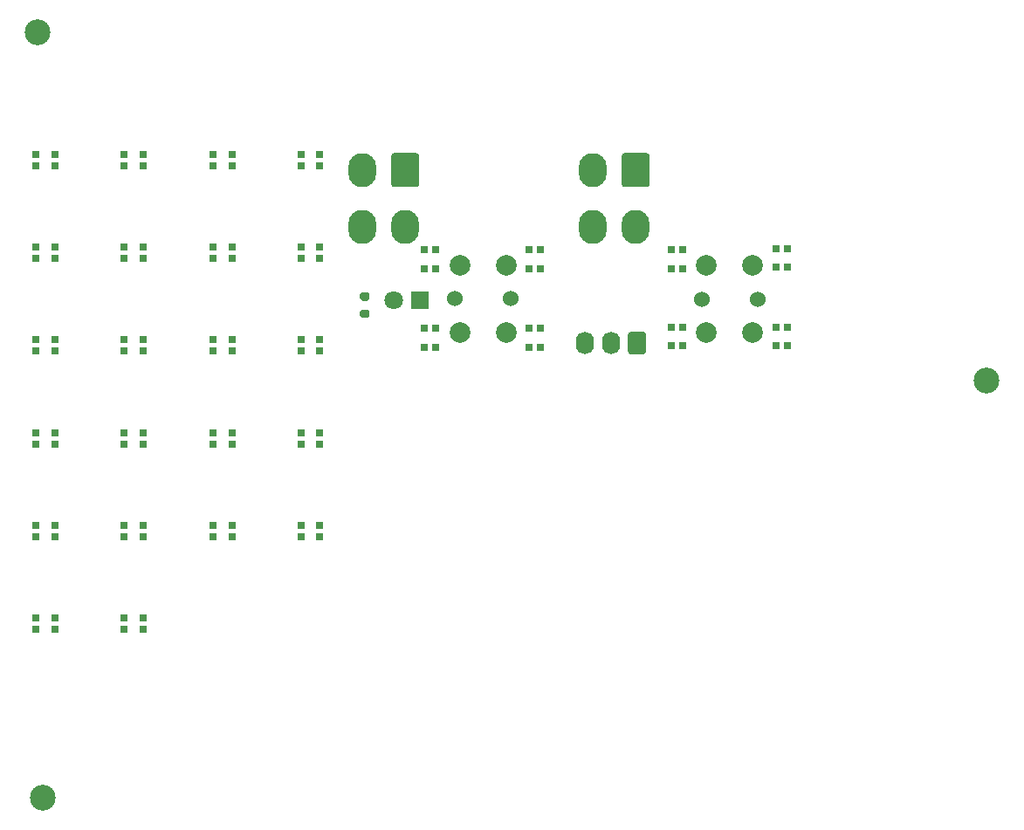
<source format=gbr>
%TF.GenerationSoftware,KiCad,Pcbnew,(5.1.9)-1*%
%TF.CreationDate,2021-09-11T23:18:36-06:00*%
%TF.ProjectId,ewi_v3,6577695f-7633-42e6-9b69-6361645f7063,rev?*%
%TF.SameCoordinates,Original*%
%TF.FileFunction,Soldermask,Top*%
%TF.FilePolarity,Negative*%
%FSLAX46Y46*%
G04 Gerber Fmt 4.6, Leading zero omitted, Abs format (unit mm)*
G04 Created by KiCad (PCBNEW (5.1.9)-1) date 2021-09-11 23:18:36*
%MOMM*%
%LPD*%
G01*
G04 APERTURE LIST*
%ADD10C,1.524000*%
%ADD11C,2.000000*%
%ADD12O,1.740000X2.190000*%
%ADD13O,2.700000X3.300000*%
%ADD14C,2.500000*%
%ADD15R,0.700000X0.700000*%
%ADD16C,1.800000*%
%ADD17R,1.800000X1.800000*%
G04 APERTURE END LIST*
D10*
%TO.C,SW2*%
X149289049Y-85312196D03*
X143889049Y-85312196D03*
D11*
X144339049Y-82062196D03*
X148839049Y-82062196D03*
X144339049Y-88562196D03*
X148839049Y-88562196D03*
%TD*%
D10*
%TO.C,SW1*%
X167809049Y-85352196D03*
X173209049Y-85352196D03*
D11*
X172759049Y-88602196D03*
X168259049Y-88602196D03*
X172759049Y-82102196D03*
X168259049Y-82102196D03*
%TD*%
%TO.C,R1*%
G36*
G01*
X134854050Y-86362195D02*
X135404050Y-86362195D01*
G75*
G02*
X135604050Y-86562195I0J-200000D01*
G01*
X135604050Y-86962195D01*
G75*
G02*
X135404050Y-87162195I-200000J0D01*
G01*
X134854050Y-87162195D01*
G75*
G02*
X134654050Y-86962195I0J200000D01*
G01*
X134654050Y-86562195D01*
G75*
G02*
X134854050Y-86362195I200000J0D01*
G01*
G37*
G36*
G01*
X134854050Y-84712195D02*
X135404050Y-84712195D01*
G75*
G02*
X135604050Y-84912195I0J-200000D01*
G01*
X135604050Y-85312195D01*
G75*
G02*
X135404050Y-85512195I-200000J0D01*
G01*
X134854050Y-85512195D01*
G75*
G02*
X134654050Y-85312195I0J200000D01*
G01*
X134654050Y-84912195D01*
G75*
G02*
X134854050Y-84712195I200000J0D01*
G01*
G37*
%TD*%
D12*
%TO.C,J3*%
X156451300Y-89623143D03*
X158991300Y-89623143D03*
G36*
G01*
X162401300Y-88778142D02*
X162401300Y-90468144D01*
G75*
G02*
X162151301Y-90718143I-249999J0D01*
G01*
X160911299Y-90718143D01*
G75*
G02*
X160661300Y-90468144I0J249999D01*
G01*
X160661300Y-88778142D01*
G75*
G02*
X160911299Y-88528143I249999J0D01*
G01*
X162151301Y-88528143D01*
G75*
G02*
X162401300Y-88778142I0J-249999D01*
G01*
G37*
%TD*%
D13*
%TO.C,J2*%
X134861300Y-78344144D03*
X139061300Y-78344144D03*
X134861300Y-72844144D03*
G36*
G01*
X140411300Y-71444145D02*
X140411300Y-74244143D01*
G75*
G02*
X140161299Y-74494144I-250001J0D01*
G01*
X137961301Y-74494144D01*
G75*
G02*
X137711300Y-74244143I0J250001D01*
G01*
X137711300Y-71444145D01*
G75*
G02*
X137961301Y-71194144I250001J0D01*
G01*
X140161299Y-71194144D01*
G75*
G02*
X140411300Y-71444145I0J-250001D01*
G01*
G37*
%TD*%
%TO.C,J1*%
X157213300Y-78344144D03*
X161413300Y-78344144D03*
X157213300Y-72844144D03*
G36*
G01*
X162763300Y-71444145D02*
X162763300Y-74244143D01*
G75*
G02*
X162513299Y-74494144I-250001J0D01*
G01*
X160313301Y-74494144D01*
G75*
G02*
X160063300Y-74244143I0J250001D01*
G01*
X160063300Y-71444145D01*
G75*
G02*
X160313301Y-71194144I250001J0D01*
G01*
X162513299Y-71194144D01*
G75*
G02*
X162763300Y-71444145I0J-250001D01*
G01*
G37*
%TD*%
D14*
%TO.C,H3*%
X103873299Y-133692144D03*
%TD*%
%TO.C,H2*%
X195440298Y-93273658D03*
%TD*%
%TO.C,H1*%
X103365299Y-59502298D03*
%TD*%
D15*
%TO.C,D31*%
X111797499Y-117392797D03*
X111797499Y-116292797D03*
X113627499Y-116292797D03*
X113627499Y-117392797D03*
%TD*%
%TO.C,D30*%
X103263099Y-117392797D03*
X103263099Y-116292797D03*
X105093099Y-116292797D03*
X105093099Y-117392797D03*
%TD*%
%TO.C,D29*%
X105093099Y-107301197D03*
X105093099Y-108401197D03*
X103263099Y-108401197D03*
X103263099Y-107301197D03*
%TD*%
%TO.C,D28*%
X113627499Y-107301197D03*
X113627499Y-108401197D03*
X111797499Y-108401197D03*
X111797499Y-107301197D03*
%TD*%
%TO.C,D27*%
X122238099Y-107301197D03*
X122238099Y-108401197D03*
X120408099Y-108401197D03*
X120408099Y-107301197D03*
%TD*%
%TO.C,D26*%
X130772499Y-107301197D03*
X130772499Y-108401197D03*
X128942499Y-108401197D03*
X128942499Y-107301197D03*
%TD*%
%TO.C,D25*%
X128942499Y-99409597D03*
X128942499Y-98309597D03*
X130772499Y-98309597D03*
X130772499Y-99409597D03*
%TD*%
%TO.C,D24*%
X120408099Y-99409597D03*
X120408099Y-98309597D03*
X122238099Y-98309597D03*
X122238099Y-99409597D03*
%TD*%
%TO.C,D23*%
X111797499Y-99409597D03*
X111797499Y-98309597D03*
X113627499Y-98309597D03*
X113627499Y-99409597D03*
%TD*%
%TO.C,D22*%
X103263099Y-99409597D03*
X103263099Y-98309597D03*
X105093099Y-98309597D03*
X105093099Y-99409597D03*
%TD*%
%TO.C,D21*%
X105093099Y-89317997D03*
X105093099Y-90417997D03*
X103263099Y-90417997D03*
X103263099Y-89317997D03*
%TD*%
%TO.C,D20*%
X113627499Y-89317997D03*
X113627499Y-90417997D03*
X111797499Y-90417997D03*
X111797499Y-89317997D03*
%TD*%
%TO.C,D19*%
X122238099Y-89317997D03*
X122238099Y-90417997D03*
X120408099Y-90417997D03*
X120408099Y-89317997D03*
%TD*%
%TO.C,D18*%
X130772499Y-89317997D03*
X130772499Y-90417997D03*
X128942499Y-90417997D03*
X128942499Y-89317997D03*
%TD*%
%TO.C,D17*%
X128942499Y-81426398D03*
X128942499Y-80326398D03*
X130772499Y-80326398D03*
X130772499Y-81426398D03*
%TD*%
%TO.C,D16*%
X120408099Y-81426398D03*
X120408099Y-80326398D03*
X122238099Y-80326398D03*
X122238099Y-81426398D03*
%TD*%
%TO.C,D15*%
X111797499Y-81426398D03*
X111797499Y-80326398D03*
X113627499Y-80326398D03*
X113627499Y-81426398D03*
%TD*%
%TO.C,D14*%
X103263099Y-81426398D03*
X103263099Y-80326398D03*
X105093099Y-80326398D03*
X105093099Y-81426398D03*
%TD*%
%TO.C,D13*%
X105093099Y-71334798D03*
X105093099Y-72434798D03*
X103263099Y-72434798D03*
X103263099Y-71334798D03*
%TD*%
%TO.C,D12*%
X113627499Y-71334798D03*
X113627499Y-72434798D03*
X111797499Y-72434798D03*
X111797499Y-71334798D03*
%TD*%
%TO.C,D11*%
X122238099Y-71334797D03*
X122238099Y-72434797D03*
X120408099Y-72434797D03*
X120408099Y-71334797D03*
%TD*%
%TO.C,D10*%
X130772499Y-71334797D03*
X130772499Y-72434797D03*
X128942499Y-72434797D03*
X128942499Y-71334797D03*
%TD*%
%TO.C,D9*%
X142029050Y-82407195D03*
X140929050Y-82407195D03*
X140929050Y-80577195D03*
X142029050Y-80577195D03*
%TD*%
%TO.C,D8*%
X142029050Y-90027195D03*
X140929050Y-90027195D03*
X140929050Y-88197195D03*
X142029050Y-88197195D03*
%TD*%
%TO.C,D7*%
X151089050Y-88197195D03*
X152189050Y-88197195D03*
X152189050Y-90027195D03*
X151089050Y-90027195D03*
%TD*%
%TO.C,D6*%
X151089050Y-80577195D03*
X152189050Y-80577195D03*
X152189050Y-82407195D03*
X151089050Y-82407195D03*
%TD*%
%TO.C,D5*%
X165999050Y-82417195D03*
X164899050Y-82417195D03*
X164899050Y-80587195D03*
X165999050Y-80587195D03*
%TD*%
%TO.C,D4*%
X165999049Y-89907139D03*
X164899049Y-89907139D03*
X164899049Y-88077139D03*
X165999049Y-88077139D03*
%TD*%
%TO.C,D3*%
X175059049Y-88077139D03*
X176159049Y-88077139D03*
X176159049Y-89907139D03*
X175059049Y-89907139D03*
%TD*%
%TO.C,D2*%
X175059049Y-80457139D03*
X176159049Y-80457139D03*
X176159049Y-82287139D03*
X175059049Y-82287139D03*
%TD*%
D16*
%TO.C,D1*%
X137909300Y-85432143D03*
D17*
X140449300Y-85432143D03*
%TD*%
M02*

</source>
